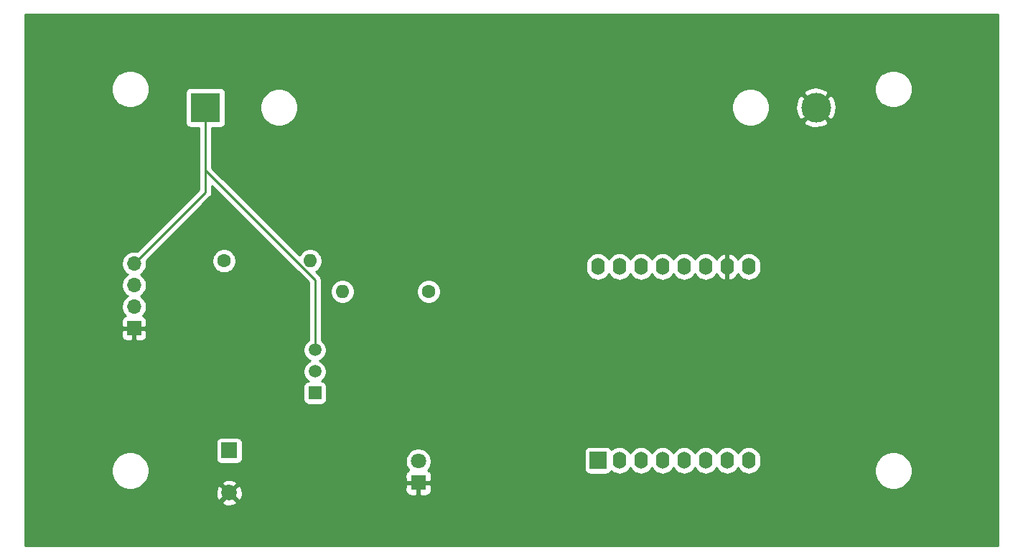
<source format=gbr>
%TF.GenerationSoftware,KiCad,Pcbnew,(5.1.10-1-10_14)*%
%TF.CreationDate,2021-11-27T08:47:14+01:00*%
%TF.ProjectId,Distance_Measurement_V2,44697374-616e-4636-955f-4d6561737572,Version 2 Rev. 01*%
%TF.SameCoordinates,Original*%
%TF.FileFunction,Copper,L2,Bot*%
%TF.FilePolarity,Positive*%
%FSLAX46Y46*%
G04 Gerber Fmt 4.6, Leading zero omitted, Abs format (unit mm)*
G04 Created by KiCad (PCBNEW (5.1.10-1-10_14)) date 2021-11-27 08:47:14*
%MOMM*%
%LPD*%
G01*
G04 APERTURE LIST*
%TA.AperFunction,ComponentPad*%
%ADD10C,1.850000*%
%TD*%
%TA.AperFunction,ComponentPad*%
%ADD11R,1.850000X1.850000*%
%TD*%
%TA.AperFunction,ComponentPad*%
%ADD12R,3.500000X3.500000*%
%TD*%
%TA.AperFunction,ComponentPad*%
%ADD13C,3.500000*%
%TD*%
%TA.AperFunction,ComponentPad*%
%ADD14O,1.600000X2.000000*%
%TD*%
%TA.AperFunction,ComponentPad*%
%ADD15R,2.000000X2.000000*%
%TD*%
%TA.AperFunction,ComponentPad*%
%ADD16O,1.600000X1.600000*%
%TD*%
%TA.AperFunction,ComponentPad*%
%ADD17C,1.600000*%
%TD*%
%TA.AperFunction,ComponentPad*%
%ADD18R,1.500000X1.500000*%
%TD*%
%TA.AperFunction,ComponentPad*%
%ADD19C,1.500000*%
%TD*%
%TA.AperFunction,ComponentPad*%
%ADD20C,1.800000*%
%TD*%
%TA.AperFunction,ComponentPad*%
%ADD21R,1.800000X1.800000*%
%TD*%
%TA.AperFunction,ComponentPad*%
%ADD22O,1.700000X1.700000*%
%TD*%
%TA.AperFunction,ComponentPad*%
%ADD23R,1.700000X1.700000*%
%TD*%
%TA.AperFunction,Conductor*%
%ADD24C,0.250000*%
%TD*%
%TA.AperFunction,Conductor*%
%ADD25C,0.254000*%
%TD*%
%TA.AperFunction,Conductor*%
%ADD26C,0.100000*%
%TD*%
G04 APERTURE END LIST*
D10*
%TO.P,LS1,2*%
%TO.N,GND*%
X116128800Y-123414800D03*
D11*
%TO.P,LS1,1*%
%TO.N,Net-(LS1-Pad1)*%
X116128800Y-118414800D03*
%TD*%
D12*
%TO.P,BT1,1*%
%TO.N,+5V*%
X113334800Y-77978000D03*
D13*
%TO.P,BT1,2*%
%TO.N,GND*%
X185334800Y-77978000D03*
%TD*%
D14*
%TO.P,U1,16*%
%TO.N,N/C*%
X159613600Y-96723200D03*
%TO.P,U1,15*%
X162153600Y-96723200D03*
%TO.P,U1,14*%
%TO.N,Net-(R1-Pad2)*%
X164693600Y-96723200D03*
%TO.P,U1,13*%
%TO.N,N/C*%
X167233600Y-96723200D03*
%TO.P,U1,12*%
%TO.N,Net-(R2-Pad1)*%
X169773600Y-96723200D03*
%TO.P,U1,11*%
%TO.N,N/C*%
X172313600Y-96723200D03*
%TO.P,U1,10*%
%TO.N,GND*%
X174853600Y-96723200D03*
%TO.P,U1,9*%
%TO.N,+5V*%
X177393600Y-96723200D03*
%TO.P,U1,8*%
%TO.N,N/C*%
X177393600Y-119583200D03*
%TO.P,U1,7*%
X174853600Y-119583200D03*
%TO.P,U1,6*%
%TO.N,Net-(J1-Pad3)*%
X172313600Y-119583200D03*
%TO.P,U1,5*%
%TO.N,Net-(J1-Pad2)*%
X169773600Y-119583200D03*
%TO.P,U1,4*%
%TO.N,N/C*%
X167233600Y-119583200D03*
%TO.P,U1,3*%
X164693600Y-119583200D03*
D15*
%TO.P,U1,1*%
X159613600Y-119583200D03*
D14*
%TO.P,U1,2*%
X162153600Y-119583200D03*
%TD*%
D16*
%TO.P,R2,2*%
%TO.N,Net-(Q1-Pad2)*%
X129489200Y-99669600D03*
D17*
%TO.P,R2,1*%
%TO.N,Net-(R2-Pad1)*%
X139649200Y-99669600D03*
%TD*%
D18*
%TO.P,Q1,1*%
%TO.N,Net-(LS1-Pad1)*%
X126238000Y-111633000D03*
D19*
%TO.P,Q1,3*%
%TO.N,+5V*%
X126238000Y-106553000D03*
%TO.P,Q1,2*%
%TO.N,Net-(Q1-Pad2)*%
X126238000Y-109093000D03*
%TD*%
D20*
%TO.P,D1,2*%
%TO.N,Net-(D1-Pad2)*%
X138430000Y-119684800D03*
D21*
%TO.P,D1,1*%
%TO.N,GND*%
X138430000Y-122224800D03*
%TD*%
D22*
%TO.P,J1,4*%
%TO.N,+5V*%
X104902000Y-96393000D03*
%TO.P,J1,3*%
%TO.N,Net-(J1-Pad3)*%
X104902000Y-98933000D03*
%TO.P,J1,2*%
%TO.N,Net-(J1-Pad2)*%
X104902000Y-101473000D03*
D23*
%TO.P,J1,1*%
%TO.N,GND*%
X104902000Y-104013000D03*
%TD*%
D16*
%TO.P,R1,2*%
%TO.N,Net-(R1-Pad2)*%
X125679200Y-96062800D03*
D17*
%TO.P,R1,1*%
%TO.N,Net-(D1-Pad2)*%
X115519200Y-96062800D03*
%TD*%
D24*
%TO.N,+5V*%
X113334800Y-87960200D02*
X104902000Y-96393000D01*
X113334800Y-77978000D02*
X113334800Y-87960200D01*
X113334800Y-85383402D02*
X126238000Y-98286602D01*
X126238000Y-98286602D02*
X126238000Y-106553000D01*
X113334800Y-77978000D02*
X113334800Y-85383402D01*
%TD*%
D25*
%TO.N,GND*%
X206780001Y-129634000D02*
X92100000Y-129634000D01*
X92100000Y-124496717D01*
X115226488Y-124496717D01*
X115313193Y-124753453D01*
X115590023Y-124886848D01*
X115887557Y-124963673D01*
X116194362Y-124980976D01*
X116498648Y-124938092D01*
X116788721Y-124836668D01*
X116944407Y-124753453D01*
X117031112Y-124496717D01*
X116128800Y-123594405D01*
X115226488Y-124496717D01*
X92100000Y-124496717D01*
X92100000Y-123480362D01*
X114562624Y-123480362D01*
X114605508Y-123784648D01*
X114706932Y-124074721D01*
X114790147Y-124230407D01*
X115046883Y-124317112D01*
X115949195Y-123414800D01*
X116308405Y-123414800D01*
X117210717Y-124317112D01*
X117467453Y-124230407D01*
X117600848Y-123953577D01*
X117677673Y-123656043D01*
X117694976Y-123349238D01*
X117663346Y-123124800D01*
X136891928Y-123124800D01*
X136904188Y-123249282D01*
X136940498Y-123368980D01*
X136999463Y-123479294D01*
X137078815Y-123575985D01*
X137175506Y-123655337D01*
X137285820Y-123714302D01*
X137405518Y-123750612D01*
X137530000Y-123762872D01*
X138144250Y-123759800D01*
X138303000Y-123601050D01*
X138303000Y-122351800D01*
X138557000Y-122351800D01*
X138557000Y-123601050D01*
X138715750Y-123759800D01*
X139330000Y-123762872D01*
X139454482Y-123750612D01*
X139574180Y-123714302D01*
X139684494Y-123655337D01*
X139781185Y-123575985D01*
X139860537Y-123479294D01*
X139919502Y-123368980D01*
X139955812Y-123249282D01*
X139968072Y-123124800D01*
X139965000Y-122510550D01*
X139806250Y-122351800D01*
X138557000Y-122351800D01*
X138303000Y-122351800D01*
X137053750Y-122351800D01*
X136895000Y-122510550D01*
X136891928Y-123124800D01*
X117663346Y-123124800D01*
X117652092Y-123044952D01*
X117550668Y-122754879D01*
X117467453Y-122599193D01*
X117210717Y-122512488D01*
X116308405Y-123414800D01*
X115949195Y-123414800D01*
X115046883Y-122512488D01*
X114790147Y-122599193D01*
X114656752Y-122876023D01*
X114579927Y-123173557D01*
X114562624Y-123480362D01*
X92100000Y-123480362D01*
X92100000Y-120573872D01*
X102205000Y-120573872D01*
X102205000Y-121014128D01*
X102290890Y-121445925D01*
X102459369Y-121852669D01*
X102703962Y-122218729D01*
X103015271Y-122530038D01*
X103381331Y-122774631D01*
X103788075Y-122943110D01*
X104219872Y-123029000D01*
X104660128Y-123029000D01*
X105091925Y-122943110D01*
X105498669Y-122774631D01*
X105864729Y-122530038D01*
X106061884Y-122332883D01*
X115226488Y-122332883D01*
X116128800Y-123235195D01*
X117031112Y-122332883D01*
X116944407Y-122076147D01*
X116667577Y-121942752D01*
X116370043Y-121865927D01*
X116063238Y-121848624D01*
X115758952Y-121891508D01*
X115468879Y-121992932D01*
X115313193Y-122076147D01*
X115226488Y-122332883D01*
X106061884Y-122332883D01*
X106176038Y-122218729D01*
X106420631Y-121852669D01*
X106589110Y-121445925D01*
X106613203Y-121324800D01*
X136891928Y-121324800D01*
X136895000Y-121939050D01*
X137053750Y-122097800D01*
X138303000Y-122097800D01*
X138303000Y-122077800D01*
X138557000Y-122077800D01*
X138557000Y-122097800D01*
X139806250Y-122097800D01*
X139965000Y-121939050D01*
X139968072Y-121324800D01*
X139955812Y-121200318D01*
X139919502Y-121080620D01*
X139860537Y-120970306D01*
X139781185Y-120873615D01*
X139684494Y-120794263D01*
X139574180Y-120735298D01*
X139555873Y-120729744D01*
X139622312Y-120663305D01*
X139790299Y-120411895D01*
X139906011Y-120132543D01*
X139965000Y-119835984D01*
X139965000Y-119533616D01*
X139906011Y-119237057D01*
X139790299Y-118957705D01*
X139622312Y-118706295D01*
X139499217Y-118583200D01*
X157975528Y-118583200D01*
X157975528Y-120583200D01*
X157987788Y-120707682D01*
X158024098Y-120827380D01*
X158083063Y-120937694D01*
X158162415Y-121034385D01*
X158259106Y-121113737D01*
X158369420Y-121172702D01*
X158489118Y-121209012D01*
X158613600Y-121221272D01*
X160613600Y-121221272D01*
X160738082Y-121209012D01*
X160857780Y-121172702D01*
X160968094Y-121113737D01*
X161064785Y-121034385D01*
X161144137Y-120937694D01*
X161191159Y-120849723D01*
X161352500Y-120982132D01*
X161601793Y-121115382D01*
X161872292Y-121197436D01*
X162153600Y-121225143D01*
X162434909Y-121197436D01*
X162705408Y-121115382D01*
X162954701Y-120982132D01*
X163173208Y-120802808D01*
X163352532Y-120584301D01*
X163423600Y-120451342D01*
X163494668Y-120584301D01*
X163673993Y-120802808D01*
X163892500Y-120982132D01*
X164141793Y-121115382D01*
X164412292Y-121197436D01*
X164693600Y-121225143D01*
X164974909Y-121197436D01*
X165245408Y-121115382D01*
X165494701Y-120982132D01*
X165713208Y-120802808D01*
X165892532Y-120584301D01*
X165963600Y-120451342D01*
X166034668Y-120584301D01*
X166213993Y-120802808D01*
X166432500Y-120982132D01*
X166681793Y-121115382D01*
X166952292Y-121197436D01*
X167233600Y-121225143D01*
X167514909Y-121197436D01*
X167785408Y-121115382D01*
X168034701Y-120982132D01*
X168253208Y-120802808D01*
X168432532Y-120584301D01*
X168503600Y-120451342D01*
X168574668Y-120584301D01*
X168753993Y-120802808D01*
X168972500Y-120982132D01*
X169221793Y-121115382D01*
X169492292Y-121197436D01*
X169773600Y-121225143D01*
X170054909Y-121197436D01*
X170325408Y-121115382D01*
X170574701Y-120982132D01*
X170793208Y-120802808D01*
X170972532Y-120584301D01*
X171043600Y-120451342D01*
X171114668Y-120584301D01*
X171293993Y-120802808D01*
X171512500Y-120982132D01*
X171761793Y-121115382D01*
X172032292Y-121197436D01*
X172313600Y-121225143D01*
X172594909Y-121197436D01*
X172865408Y-121115382D01*
X173114701Y-120982132D01*
X173333208Y-120802808D01*
X173512532Y-120584301D01*
X173583600Y-120451342D01*
X173654668Y-120584301D01*
X173833993Y-120802808D01*
X174052500Y-120982132D01*
X174301793Y-121115382D01*
X174572292Y-121197436D01*
X174853600Y-121225143D01*
X175134909Y-121197436D01*
X175405408Y-121115382D01*
X175654701Y-120982132D01*
X175873208Y-120802808D01*
X176052532Y-120584301D01*
X176123600Y-120451342D01*
X176194668Y-120584301D01*
X176373993Y-120802808D01*
X176592500Y-120982132D01*
X176841793Y-121115382D01*
X177112292Y-121197436D01*
X177393600Y-121225143D01*
X177674909Y-121197436D01*
X177945408Y-121115382D01*
X178194701Y-120982132D01*
X178413208Y-120802808D01*
X178592532Y-120584301D01*
X178598106Y-120573872D01*
X192205000Y-120573872D01*
X192205000Y-121014128D01*
X192290890Y-121445925D01*
X192459369Y-121852669D01*
X192703962Y-122218729D01*
X193015271Y-122530038D01*
X193381331Y-122774631D01*
X193788075Y-122943110D01*
X194219872Y-123029000D01*
X194660128Y-123029000D01*
X195091925Y-122943110D01*
X195498669Y-122774631D01*
X195864729Y-122530038D01*
X196176038Y-122218729D01*
X196420631Y-121852669D01*
X196589110Y-121445925D01*
X196675000Y-121014128D01*
X196675000Y-120573872D01*
X196589110Y-120142075D01*
X196420631Y-119735331D01*
X196176038Y-119369271D01*
X195864729Y-119057962D01*
X195498669Y-118813369D01*
X195091925Y-118644890D01*
X194660128Y-118559000D01*
X194219872Y-118559000D01*
X193788075Y-118644890D01*
X193381331Y-118813369D01*
X193015271Y-119057962D01*
X192703962Y-119369271D01*
X192459369Y-119735331D01*
X192290890Y-120142075D01*
X192205000Y-120573872D01*
X178598106Y-120573872D01*
X178725782Y-120335007D01*
X178807836Y-120064508D01*
X178828600Y-119853691D01*
X178828600Y-119312708D01*
X178807836Y-119101891D01*
X178725782Y-118831392D01*
X178592532Y-118582099D01*
X178413207Y-118363592D01*
X178194700Y-118184268D01*
X177945407Y-118051018D01*
X177674908Y-117968964D01*
X177393600Y-117941257D01*
X177112291Y-117968964D01*
X176841792Y-118051018D01*
X176592499Y-118184268D01*
X176373992Y-118363593D01*
X176194668Y-118582100D01*
X176123600Y-118715058D01*
X176052532Y-118582099D01*
X175873207Y-118363592D01*
X175654700Y-118184268D01*
X175405407Y-118051018D01*
X175134908Y-117968964D01*
X174853600Y-117941257D01*
X174572291Y-117968964D01*
X174301792Y-118051018D01*
X174052499Y-118184268D01*
X173833992Y-118363593D01*
X173654668Y-118582100D01*
X173583600Y-118715058D01*
X173512532Y-118582099D01*
X173333207Y-118363592D01*
X173114700Y-118184268D01*
X172865407Y-118051018D01*
X172594908Y-117968964D01*
X172313600Y-117941257D01*
X172032291Y-117968964D01*
X171761792Y-118051018D01*
X171512499Y-118184268D01*
X171293992Y-118363593D01*
X171114668Y-118582100D01*
X171043600Y-118715058D01*
X170972532Y-118582099D01*
X170793207Y-118363592D01*
X170574700Y-118184268D01*
X170325407Y-118051018D01*
X170054908Y-117968964D01*
X169773600Y-117941257D01*
X169492291Y-117968964D01*
X169221792Y-118051018D01*
X168972499Y-118184268D01*
X168753992Y-118363593D01*
X168574668Y-118582100D01*
X168503600Y-118715058D01*
X168432532Y-118582099D01*
X168253207Y-118363592D01*
X168034700Y-118184268D01*
X167785407Y-118051018D01*
X167514908Y-117968964D01*
X167233600Y-117941257D01*
X166952291Y-117968964D01*
X166681792Y-118051018D01*
X166432499Y-118184268D01*
X166213992Y-118363593D01*
X166034668Y-118582100D01*
X165963600Y-118715058D01*
X165892532Y-118582099D01*
X165713207Y-118363592D01*
X165494700Y-118184268D01*
X165245407Y-118051018D01*
X164974908Y-117968964D01*
X164693600Y-117941257D01*
X164412291Y-117968964D01*
X164141792Y-118051018D01*
X163892499Y-118184268D01*
X163673992Y-118363593D01*
X163494668Y-118582100D01*
X163423600Y-118715058D01*
X163352532Y-118582099D01*
X163173207Y-118363592D01*
X162954700Y-118184268D01*
X162705407Y-118051018D01*
X162434908Y-117968964D01*
X162153600Y-117941257D01*
X161872291Y-117968964D01*
X161601792Y-118051018D01*
X161352499Y-118184268D01*
X161191159Y-118316677D01*
X161144137Y-118228706D01*
X161064785Y-118132015D01*
X160968094Y-118052663D01*
X160857780Y-117993698D01*
X160738082Y-117957388D01*
X160613600Y-117945128D01*
X158613600Y-117945128D01*
X158489118Y-117957388D01*
X158369420Y-117993698D01*
X158259106Y-118052663D01*
X158162415Y-118132015D01*
X158083063Y-118228706D01*
X158024098Y-118339020D01*
X157987788Y-118458718D01*
X157975528Y-118583200D01*
X139499217Y-118583200D01*
X139408505Y-118492488D01*
X139157095Y-118324501D01*
X138877743Y-118208789D01*
X138581184Y-118149800D01*
X138278816Y-118149800D01*
X137982257Y-118208789D01*
X137702905Y-118324501D01*
X137451495Y-118492488D01*
X137237688Y-118706295D01*
X137069701Y-118957705D01*
X136953989Y-119237057D01*
X136895000Y-119533616D01*
X136895000Y-119835984D01*
X136953989Y-120132543D01*
X137069701Y-120411895D01*
X137237688Y-120663305D01*
X137304127Y-120729744D01*
X137285820Y-120735298D01*
X137175506Y-120794263D01*
X137078815Y-120873615D01*
X136999463Y-120970306D01*
X136940498Y-121080620D01*
X136904188Y-121200318D01*
X136891928Y-121324800D01*
X106613203Y-121324800D01*
X106675000Y-121014128D01*
X106675000Y-120573872D01*
X106589110Y-120142075D01*
X106420631Y-119735331D01*
X106176038Y-119369271D01*
X105864729Y-119057962D01*
X105498669Y-118813369D01*
X105091925Y-118644890D01*
X104660128Y-118559000D01*
X104219872Y-118559000D01*
X103788075Y-118644890D01*
X103381331Y-118813369D01*
X103015271Y-119057962D01*
X102703962Y-119369271D01*
X102459369Y-119735331D01*
X102290890Y-120142075D01*
X102205000Y-120573872D01*
X92100000Y-120573872D01*
X92100000Y-117489800D01*
X114565728Y-117489800D01*
X114565728Y-119339800D01*
X114577988Y-119464282D01*
X114614298Y-119583980D01*
X114673263Y-119694294D01*
X114752615Y-119790985D01*
X114849306Y-119870337D01*
X114959620Y-119929302D01*
X115079318Y-119965612D01*
X115203800Y-119977872D01*
X117053800Y-119977872D01*
X117178282Y-119965612D01*
X117297980Y-119929302D01*
X117408294Y-119870337D01*
X117504985Y-119790985D01*
X117584337Y-119694294D01*
X117643302Y-119583980D01*
X117679612Y-119464282D01*
X117691872Y-119339800D01*
X117691872Y-117489800D01*
X117679612Y-117365318D01*
X117643302Y-117245620D01*
X117584337Y-117135306D01*
X117504985Y-117038615D01*
X117408294Y-116959263D01*
X117297980Y-116900298D01*
X117178282Y-116863988D01*
X117053800Y-116851728D01*
X115203800Y-116851728D01*
X115079318Y-116863988D01*
X114959620Y-116900298D01*
X114849306Y-116959263D01*
X114752615Y-117038615D01*
X114673263Y-117135306D01*
X114614298Y-117245620D01*
X114577988Y-117365318D01*
X114565728Y-117489800D01*
X92100000Y-117489800D01*
X92100000Y-104863000D01*
X103413928Y-104863000D01*
X103426188Y-104987482D01*
X103462498Y-105107180D01*
X103521463Y-105217494D01*
X103600815Y-105314185D01*
X103697506Y-105393537D01*
X103807820Y-105452502D01*
X103927518Y-105488812D01*
X104052000Y-105501072D01*
X104616250Y-105498000D01*
X104775000Y-105339250D01*
X104775000Y-104140000D01*
X105029000Y-104140000D01*
X105029000Y-105339250D01*
X105187750Y-105498000D01*
X105752000Y-105501072D01*
X105876482Y-105488812D01*
X105996180Y-105452502D01*
X106106494Y-105393537D01*
X106203185Y-105314185D01*
X106282537Y-105217494D01*
X106341502Y-105107180D01*
X106377812Y-104987482D01*
X106390072Y-104863000D01*
X106387000Y-104298750D01*
X106228250Y-104140000D01*
X105029000Y-104140000D01*
X104775000Y-104140000D01*
X103575750Y-104140000D01*
X103417000Y-104298750D01*
X103413928Y-104863000D01*
X92100000Y-104863000D01*
X92100000Y-103163000D01*
X103413928Y-103163000D01*
X103417000Y-103727250D01*
X103575750Y-103886000D01*
X104775000Y-103886000D01*
X104775000Y-103866000D01*
X105029000Y-103866000D01*
X105029000Y-103886000D01*
X106228250Y-103886000D01*
X106387000Y-103727250D01*
X106390072Y-103163000D01*
X106377812Y-103038518D01*
X106341502Y-102918820D01*
X106282537Y-102808506D01*
X106203185Y-102711815D01*
X106106494Y-102632463D01*
X105996180Y-102573498D01*
X105923620Y-102551487D01*
X106055475Y-102419632D01*
X106217990Y-102176411D01*
X106329932Y-101906158D01*
X106387000Y-101619260D01*
X106387000Y-101326740D01*
X106329932Y-101039842D01*
X106217990Y-100769589D01*
X106055475Y-100526368D01*
X105848632Y-100319525D01*
X105674240Y-100203000D01*
X105848632Y-100086475D01*
X106055475Y-99879632D01*
X106217990Y-99636411D01*
X106329932Y-99366158D01*
X106387000Y-99079260D01*
X106387000Y-98786740D01*
X106329932Y-98499842D01*
X106217990Y-98229589D01*
X106055475Y-97986368D01*
X105848632Y-97779525D01*
X105674240Y-97663000D01*
X105848632Y-97546475D01*
X106055475Y-97339632D01*
X106217990Y-97096411D01*
X106329932Y-96826158D01*
X106387000Y-96539260D01*
X106387000Y-96246740D01*
X106343209Y-96026592D01*
X106448336Y-95921465D01*
X114084200Y-95921465D01*
X114084200Y-96204135D01*
X114139347Y-96481374D01*
X114247520Y-96742527D01*
X114404563Y-96977559D01*
X114604441Y-97177437D01*
X114839473Y-97334480D01*
X115100626Y-97442653D01*
X115377865Y-97497800D01*
X115660535Y-97497800D01*
X115937774Y-97442653D01*
X116198927Y-97334480D01*
X116433959Y-97177437D01*
X116633837Y-96977559D01*
X116790880Y-96742527D01*
X116899053Y-96481374D01*
X116954200Y-96204135D01*
X116954200Y-95921465D01*
X116899053Y-95644226D01*
X116790880Y-95383073D01*
X116633837Y-95148041D01*
X116433959Y-94948163D01*
X116198927Y-94791120D01*
X115937774Y-94682947D01*
X115660535Y-94627800D01*
X115377865Y-94627800D01*
X115100626Y-94682947D01*
X114839473Y-94791120D01*
X114604441Y-94948163D01*
X114404563Y-95148041D01*
X114247520Y-95383073D01*
X114139347Y-95644226D01*
X114084200Y-95921465D01*
X106448336Y-95921465D01*
X113845803Y-88523999D01*
X113874801Y-88500201D01*
X113901132Y-88468117D01*
X113969774Y-88384477D01*
X114040346Y-88252447D01*
X114083803Y-88109186D01*
X114094800Y-87997533D01*
X114094800Y-87997524D01*
X114098476Y-87960201D01*
X114094800Y-87922878D01*
X114094800Y-87218203D01*
X125478000Y-98601405D01*
X125478001Y-105395090D01*
X125355114Y-105477201D01*
X125162201Y-105670114D01*
X125010629Y-105896957D01*
X124906225Y-106149011D01*
X124853000Y-106416589D01*
X124853000Y-106689411D01*
X124906225Y-106956989D01*
X125010629Y-107209043D01*
X125162201Y-107435886D01*
X125355114Y-107628799D01*
X125581957Y-107780371D01*
X125684873Y-107823000D01*
X125581957Y-107865629D01*
X125355114Y-108017201D01*
X125162201Y-108210114D01*
X125010629Y-108436957D01*
X124906225Y-108689011D01*
X124853000Y-108956589D01*
X124853000Y-109229411D01*
X124906225Y-109496989D01*
X125010629Y-109749043D01*
X125162201Y-109975886D01*
X125355114Y-110168799D01*
X125471483Y-110246555D01*
X125363518Y-110257188D01*
X125243820Y-110293498D01*
X125133506Y-110352463D01*
X125036815Y-110431815D01*
X124957463Y-110528506D01*
X124898498Y-110638820D01*
X124862188Y-110758518D01*
X124849928Y-110883000D01*
X124849928Y-112383000D01*
X124862188Y-112507482D01*
X124898498Y-112627180D01*
X124957463Y-112737494D01*
X125036815Y-112834185D01*
X125133506Y-112913537D01*
X125243820Y-112972502D01*
X125363518Y-113008812D01*
X125488000Y-113021072D01*
X126988000Y-113021072D01*
X127112482Y-113008812D01*
X127232180Y-112972502D01*
X127342494Y-112913537D01*
X127439185Y-112834185D01*
X127518537Y-112737494D01*
X127577502Y-112627180D01*
X127613812Y-112507482D01*
X127626072Y-112383000D01*
X127626072Y-110883000D01*
X127613812Y-110758518D01*
X127577502Y-110638820D01*
X127518537Y-110528506D01*
X127439185Y-110431815D01*
X127342494Y-110352463D01*
X127232180Y-110293498D01*
X127112482Y-110257188D01*
X127004517Y-110246555D01*
X127120886Y-110168799D01*
X127313799Y-109975886D01*
X127465371Y-109749043D01*
X127569775Y-109496989D01*
X127623000Y-109229411D01*
X127623000Y-108956589D01*
X127569775Y-108689011D01*
X127465371Y-108436957D01*
X127313799Y-108210114D01*
X127120886Y-108017201D01*
X126894043Y-107865629D01*
X126791127Y-107823000D01*
X126894043Y-107780371D01*
X127120886Y-107628799D01*
X127313799Y-107435886D01*
X127465371Y-107209043D01*
X127569775Y-106956989D01*
X127623000Y-106689411D01*
X127623000Y-106416589D01*
X127569775Y-106149011D01*
X127465371Y-105896957D01*
X127313799Y-105670114D01*
X127120886Y-105477201D01*
X126998000Y-105395091D01*
X126998000Y-99528265D01*
X128054200Y-99528265D01*
X128054200Y-99810935D01*
X128109347Y-100088174D01*
X128217520Y-100349327D01*
X128374563Y-100584359D01*
X128574441Y-100784237D01*
X128809473Y-100941280D01*
X129070626Y-101049453D01*
X129347865Y-101104600D01*
X129630535Y-101104600D01*
X129907774Y-101049453D01*
X130168927Y-100941280D01*
X130403959Y-100784237D01*
X130603837Y-100584359D01*
X130760880Y-100349327D01*
X130869053Y-100088174D01*
X130924200Y-99810935D01*
X130924200Y-99528265D01*
X138214200Y-99528265D01*
X138214200Y-99810935D01*
X138269347Y-100088174D01*
X138377520Y-100349327D01*
X138534563Y-100584359D01*
X138734441Y-100784237D01*
X138969473Y-100941280D01*
X139230626Y-101049453D01*
X139507865Y-101104600D01*
X139790535Y-101104600D01*
X140067774Y-101049453D01*
X140328927Y-100941280D01*
X140563959Y-100784237D01*
X140763837Y-100584359D01*
X140920880Y-100349327D01*
X141029053Y-100088174D01*
X141084200Y-99810935D01*
X141084200Y-99528265D01*
X141029053Y-99251026D01*
X140920880Y-98989873D01*
X140763837Y-98754841D01*
X140563959Y-98554963D01*
X140328927Y-98397920D01*
X140067774Y-98289747D01*
X139790535Y-98234600D01*
X139507865Y-98234600D01*
X139230626Y-98289747D01*
X138969473Y-98397920D01*
X138734441Y-98554963D01*
X138534563Y-98754841D01*
X138377520Y-98989873D01*
X138269347Y-99251026D01*
X138214200Y-99528265D01*
X130924200Y-99528265D01*
X130869053Y-99251026D01*
X130760880Y-98989873D01*
X130603837Y-98754841D01*
X130403959Y-98554963D01*
X130168927Y-98397920D01*
X129907774Y-98289747D01*
X129630535Y-98234600D01*
X129347865Y-98234600D01*
X129070626Y-98289747D01*
X128809473Y-98397920D01*
X128574441Y-98554963D01*
X128374563Y-98754841D01*
X128217520Y-98989873D01*
X128109347Y-99251026D01*
X128054200Y-99528265D01*
X126998000Y-99528265D01*
X126998000Y-98323924D01*
X127001676Y-98286601D01*
X126998000Y-98249278D01*
X126998000Y-98249269D01*
X126987003Y-98137616D01*
X126943546Y-97994355D01*
X126872974Y-97862326D01*
X126839003Y-97820932D01*
X126801799Y-97775598D01*
X126801795Y-97775594D01*
X126778001Y-97746601D01*
X126749010Y-97722809D01*
X126359978Y-97333777D01*
X126593959Y-97177437D01*
X126793837Y-96977559D01*
X126950880Y-96742527D01*
X127059053Y-96481374D01*
X127064754Y-96452709D01*
X158178600Y-96452709D01*
X158178600Y-96993692D01*
X158199364Y-97204509D01*
X158281418Y-97475008D01*
X158414668Y-97724301D01*
X158593993Y-97942808D01*
X158812500Y-98122132D01*
X159061793Y-98255382D01*
X159332292Y-98337436D01*
X159613600Y-98365143D01*
X159894909Y-98337436D01*
X160165408Y-98255382D01*
X160414701Y-98122132D01*
X160633208Y-97942808D01*
X160812532Y-97724301D01*
X160883600Y-97591342D01*
X160954668Y-97724301D01*
X161133993Y-97942808D01*
X161352500Y-98122132D01*
X161601793Y-98255382D01*
X161872292Y-98337436D01*
X162153600Y-98365143D01*
X162434909Y-98337436D01*
X162705408Y-98255382D01*
X162954701Y-98122132D01*
X163173208Y-97942808D01*
X163352532Y-97724301D01*
X163423600Y-97591342D01*
X163494668Y-97724301D01*
X163673993Y-97942808D01*
X163892500Y-98122132D01*
X164141793Y-98255382D01*
X164412292Y-98337436D01*
X164693600Y-98365143D01*
X164974909Y-98337436D01*
X165245408Y-98255382D01*
X165494701Y-98122132D01*
X165713208Y-97942808D01*
X165892532Y-97724301D01*
X165963600Y-97591342D01*
X166034668Y-97724301D01*
X166213993Y-97942808D01*
X166432500Y-98122132D01*
X166681793Y-98255382D01*
X166952292Y-98337436D01*
X167233600Y-98365143D01*
X167514909Y-98337436D01*
X167785408Y-98255382D01*
X168034701Y-98122132D01*
X168253208Y-97942808D01*
X168432532Y-97724301D01*
X168503600Y-97591342D01*
X168574668Y-97724301D01*
X168753993Y-97942808D01*
X168972500Y-98122132D01*
X169221793Y-98255382D01*
X169492292Y-98337436D01*
X169773600Y-98365143D01*
X170054909Y-98337436D01*
X170325408Y-98255382D01*
X170574701Y-98122132D01*
X170793208Y-97942808D01*
X170972532Y-97724301D01*
X171043600Y-97591342D01*
X171114668Y-97724301D01*
X171293993Y-97942808D01*
X171512500Y-98122132D01*
X171761793Y-98255382D01*
X172032292Y-98337436D01*
X172313600Y-98365143D01*
X172594909Y-98337436D01*
X172865408Y-98255382D01*
X173114701Y-98122132D01*
X173333208Y-97942808D01*
X173512532Y-97724301D01*
X173581722Y-97594855D01*
X173589170Y-97612427D01*
X173747927Y-97845862D01*
X173949175Y-98043839D01*
X174185179Y-98198751D01*
X174446870Y-98304644D01*
X174504561Y-98315104D01*
X174726600Y-98193115D01*
X174726600Y-96850200D01*
X174706600Y-96850200D01*
X174706600Y-96596200D01*
X174726600Y-96596200D01*
X174726600Y-95253285D01*
X174980600Y-95253285D01*
X174980600Y-96596200D01*
X175000600Y-96596200D01*
X175000600Y-96850200D01*
X174980600Y-96850200D01*
X174980600Y-98193115D01*
X175202639Y-98315104D01*
X175260330Y-98304644D01*
X175522021Y-98198751D01*
X175758025Y-98043839D01*
X175959273Y-97845862D01*
X176118030Y-97612427D01*
X176125478Y-97594855D01*
X176194668Y-97724301D01*
X176373993Y-97942808D01*
X176592500Y-98122132D01*
X176841793Y-98255382D01*
X177112292Y-98337436D01*
X177393600Y-98365143D01*
X177674909Y-98337436D01*
X177945408Y-98255382D01*
X178194701Y-98122132D01*
X178413208Y-97942808D01*
X178592532Y-97724301D01*
X178725782Y-97475007D01*
X178807836Y-97204508D01*
X178828600Y-96993691D01*
X178828600Y-96452708D01*
X178807836Y-96241891D01*
X178725782Y-95971392D01*
X178592532Y-95722099D01*
X178413207Y-95503592D01*
X178194700Y-95324268D01*
X177945407Y-95191018D01*
X177674908Y-95108964D01*
X177393600Y-95081257D01*
X177112291Y-95108964D01*
X176841792Y-95191018D01*
X176592499Y-95324268D01*
X176373992Y-95503593D01*
X176194668Y-95722100D01*
X176125478Y-95851545D01*
X176118030Y-95833973D01*
X175959273Y-95600538D01*
X175758025Y-95402561D01*
X175522021Y-95247649D01*
X175260330Y-95141756D01*
X175202639Y-95131296D01*
X174980600Y-95253285D01*
X174726600Y-95253285D01*
X174504561Y-95131296D01*
X174446870Y-95141756D01*
X174185179Y-95247649D01*
X173949175Y-95402561D01*
X173747927Y-95600538D01*
X173589170Y-95833973D01*
X173581722Y-95851545D01*
X173512532Y-95722099D01*
X173333207Y-95503592D01*
X173114700Y-95324268D01*
X172865407Y-95191018D01*
X172594908Y-95108964D01*
X172313600Y-95081257D01*
X172032291Y-95108964D01*
X171761792Y-95191018D01*
X171512499Y-95324268D01*
X171293992Y-95503593D01*
X171114668Y-95722100D01*
X171043600Y-95855058D01*
X170972532Y-95722099D01*
X170793207Y-95503592D01*
X170574700Y-95324268D01*
X170325407Y-95191018D01*
X170054908Y-95108964D01*
X169773600Y-95081257D01*
X169492291Y-95108964D01*
X169221792Y-95191018D01*
X168972499Y-95324268D01*
X168753992Y-95503593D01*
X168574668Y-95722100D01*
X168503600Y-95855058D01*
X168432532Y-95722099D01*
X168253207Y-95503592D01*
X168034700Y-95324268D01*
X167785407Y-95191018D01*
X167514908Y-95108964D01*
X167233600Y-95081257D01*
X166952291Y-95108964D01*
X166681792Y-95191018D01*
X166432499Y-95324268D01*
X166213992Y-95503593D01*
X166034668Y-95722100D01*
X165963600Y-95855058D01*
X165892532Y-95722099D01*
X165713207Y-95503592D01*
X165494700Y-95324268D01*
X165245407Y-95191018D01*
X164974908Y-95108964D01*
X164693600Y-95081257D01*
X164412291Y-95108964D01*
X164141792Y-95191018D01*
X163892499Y-95324268D01*
X163673992Y-95503593D01*
X163494668Y-95722100D01*
X163423600Y-95855058D01*
X163352532Y-95722099D01*
X163173207Y-95503592D01*
X162954700Y-95324268D01*
X162705407Y-95191018D01*
X162434908Y-95108964D01*
X162153600Y-95081257D01*
X161872291Y-95108964D01*
X161601792Y-95191018D01*
X161352499Y-95324268D01*
X161133992Y-95503593D01*
X160954668Y-95722100D01*
X160883600Y-95855058D01*
X160812532Y-95722099D01*
X160633207Y-95503592D01*
X160414700Y-95324268D01*
X160165407Y-95191018D01*
X159894908Y-95108964D01*
X159613600Y-95081257D01*
X159332291Y-95108964D01*
X159061792Y-95191018D01*
X158812499Y-95324268D01*
X158593992Y-95503593D01*
X158414668Y-95722100D01*
X158281418Y-95971393D01*
X158199364Y-96241892D01*
X158178600Y-96452709D01*
X127064754Y-96452709D01*
X127114200Y-96204135D01*
X127114200Y-95921465D01*
X127059053Y-95644226D01*
X126950880Y-95383073D01*
X126793837Y-95148041D01*
X126593959Y-94948163D01*
X126358927Y-94791120D01*
X126097774Y-94682947D01*
X125820535Y-94627800D01*
X125537865Y-94627800D01*
X125260626Y-94682947D01*
X124999473Y-94791120D01*
X124764441Y-94948163D01*
X124564563Y-95148041D01*
X124408222Y-95382022D01*
X114094800Y-85068601D01*
X114094800Y-80366072D01*
X115084800Y-80366072D01*
X115209282Y-80353812D01*
X115328980Y-80317502D01*
X115439294Y-80258537D01*
X115535985Y-80179185D01*
X115615337Y-80082494D01*
X115674302Y-79972180D01*
X115710612Y-79852482D01*
X115722872Y-79728000D01*
X115722872Y-77757872D01*
X119744800Y-77757872D01*
X119744800Y-78198128D01*
X119830690Y-78629925D01*
X119999169Y-79036669D01*
X120243762Y-79402729D01*
X120555071Y-79714038D01*
X120921131Y-79958631D01*
X121327875Y-80127110D01*
X121759672Y-80213000D01*
X122199928Y-80213000D01*
X122631725Y-80127110D01*
X123038469Y-79958631D01*
X123404529Y-79714038D01*
X123715838Y-79402729D01*
X123960431Y-79036669D01*
X124128910Y-78629925D01*
X124214800Y-78198128D01*
X124214800Y-77757872D01*
X175354800Y-77757872D01*
X175354800Y-78198128D01*
X175440690Y-78629925D01*
X175609169Y-79036669D01*
X175853762Y-79402729D01*
X176165071Y-79714038D01*
X176531131Y-79958631D01*
X176937875Y-80127110D01*
X177369672Y-80213000D01*
X177809928Y-80213000D01*
X178241725Y-80127110D01*
X178648469Y-79958631D01*
X179014529Y-79714038D01*
X179080958Y-79647609D01*
X183844797Y-79647609D01*
X184030873Y-79988766D01*
X184448209Y-80204513D01*
X184899615Y-80334696D01*
X185367746Y-80374313D01*
X185834611Y-80321842D01*
X186282268Y-80179297D01*
X186638727Y-79988766D01*
X186824803Y-79647609D01*
X185334800Y-78157605D01*
X183844797Y-79647609D01*
X179080958Y-79647609D01*
X179325838Y-79402729D01*
X179570431Y-79036669D01*
X179738910Y-78629925D01*
X179824800Y-78198128D01*
X179824800Y-78010946D01*
X182938487Y-78010946D01*
X182990958Y-78477811D01*
X183133503Y-78925468D01*
X183324034Y-79281927D01*
X183665191Y-79468003D01*
X185155195Y-77978000D01*
X185514405Y-77978000D01*
X187004409Y-79468003D01*
X187345566Y-79281927D01*
X187561313Y-78864591D01*
X187691496Y-78413185D01*
X187731113Y-77945054D01*
X187678642Y-77478189D01*
X187536097Y-77030532D01*
X187345566Y-76674073D01*
X187004409Y-76487997D01*
X185514405Y-77978000D01*
X185155195Y-77978000D01*
X183665191Y-76487997D01*
X183324034Y-76674073D01*
X183108287Y-77091409D01*
X182978104Y-77542815D01*
X182938487Y-78010946D01*
X179824800Y-78010946D01*
X179824800Y-77757872D01*
X179738910Y-77326075D01*
X179570431Y-76919331D01*
X179325838Y-76553271D01*
X179080958Y-76308391D01*
X183844797Y-76308391D01*
X185334800Y-77798395D01*
X186824803Y-76308391D01*
X186638727Y-75967234D01*
X186221391Y-75751487D01*
X185769985Y-75621304D01*
X185301854Y-75581687D01*
X184834989Y-75634158D01*
X184387332Y-75776703D01*
X184030873Y-75967234D01*
X183844797Y-76308391D01*
X179080958Y-76308391D01*
X179014529Y-76241962D01*
X178648469Y-75997369D01*
X178241725Y-75828890D01*
X177809928Y-75743000D01*
X177369672Y-75743000D01*
X176937875Y-75828890D01*
X176531131Y-75997369D01*
X176165071Y-76241962D01*
X175853762Y-76553271D01*
X175609169Y-76919331D01*
X175440690Y-77326075D01*
X175354800Y-77757872D01*
X124214800Y-77757872D01*
X124128910Y-77326075D01*
X123960431Y-76919331D01*
X123715838Y-76553271D01*
X123404529Y-76241962D01*
X123038469Y-75997369D01*
X122631725Y-75828890D01*
X122199928Y-75743000D01*
X121759672Y-75743000D01*
X121327875Y-75828890D01*
X120921131Y-75997369D01*
X120555071Y-76241962D01*
X120243762Y-76553271D01*
X119999169Y-76919331D01*
X119830690Y-77326075D01*
X119744800Y-77757872D01*
X115722872Y-77757872D01*
X115722872Y-76228000D01*
X115710612Y-76103518D01*
X115674302Y-75983820D01*
X115615337Y-75873506D01*
X115535985Y-75776815D01*
X115439294Y-75697463D01*
X115328980Y-75638498D01*
X115209282Y-75602188D01*
X115084800Y-75589928D01*
X111584800Y-75589928D01*
X111460318Y-75602188D01*
X111340620Y-75638498D01*
X111230306Y-75697463D01*
X111133615Y-75776815D01*
X111054263Y-75873506D01*
X110995298Y-75983820D01*
X110958988Y-76103518D01*
X110946728Y-76228000D01*
X110946728Y-79728000D01*
X110958988Y-79852482D01*
X110995298Y-79972180D01*
X111054263Y-80082494D01*
X111133615Y-80179185D01*
X111230306Y-80258537D01*
X111340620Y-80317502D01*
X111460318Y-80353812D01*
X111584800Y-80366072D01*
X112574800Y-80366072D01*
X112574801Y-85346072D01*
X112571124Y-85383402D01*
X112574801Y-85420732D01*
X112574801Y-87645397D01*
X105268408Y-94951791D01*
X105048260Y-94908000D01*
X104755740Y-94908000D01*
X104468842Y-94965068D01*
X104198589Y-95077010D01*
X103955368Y-95239525D01*
X103748525Y-95446368D01*
X103586010Y-95689589D01*
X103474068Y-95959842D01*
X103417000Y-96246740D01*
X103417000Y-96539260D01*
X103474068Y-96826158D01*
X103586010Y-97096411D01*
X103748525Y-97339632D01*
X103955368Y-97546475D01*
X104129760Y-97663000D01*
X103955368Y-97779525D01*
X103748525Y-97986368D01*
X103586010Y-98229589D01*
X103474068Y-98499842D01*
X103417000Y-98786740D01*
X103417000Y-99079260D01*
X103474068Y-99366158D01*
X103586010Y-99636411D01*
X103748525Y-99879632D01*
X103955368Y-100086475D01*
X104129760Y-100203000D01*
X103955368Y-100319525D01*
X103748525Y-100526368D01*
X103586010Y-100769589D01*
X103474068Y-101039842D01*
X103417000Y-101326740D01*
X103417000Y-101619260D01*
X103474068Y-101906158D01*
X103586010Y-102176411D01*
X103748525Y-102419632D01*
X103880380Y-102551487D01*
X103807820Y-102573498D01*
X103697506Y-102632463D01*
X103600815Y-102711815D01*
X103521463Y-102808506D01*
X103462498Y-102918820D01*
X103426188Y-103038518D01*
X103413928Y-103163000D01*
X92100000Y-103163000D01*
X92100000Y-75573872D01*
X102205000Y-75573872D01*
X102205000Y-76014128D01*
X102290890Y-76445925D01*
X102459369Y-76852669D01*
X102703962Y-77218729D01*
X103015271Y-77530038D01*
X103381331Y-77774631D01*
X103788075Y-77943110D01*
X104219872Y-78029000D01*
X104660128Y-78029000D01*
X105091925Y-77943110D01*
X105498669Y-77774631D01*
X105864729Y-77530038D01*
X106176038Y-77218729D01*
X106420631Y-76852669D01*
X106589110Y-76445925D01*
X106675000Y-76014128D01*
X106675000Y-75573872D01*
X192205000Y-75573872D01*
X192205000Y-76014128D01*
X192290890Y-76445925D01*
X192459369Y-76852669D01*
X192703962Y-77218729D01*
X193015271Y-77530038D01*
X193381331Y-77774631D01*
X193788075Y-77943110D01*
X194219872Y-78029000D01*
X194660128Y-78029000D01*
X195091925Y-77943110D01*
X195498669Y-77774631D01*
X195864729Y-77530038D01*
X196176038Y-77218729D01*
X196420631Y-76852669D01*
X196589110Y-76445925D01*
X196675000Y-76014128D01*
X196675000Y-75573872D01*
X196589110Y-75142075D01*
X196420631Y-74735331D01*
X196176038Y-74369271D01*
X195864729Y-74057962D01*
X195498669Y-73813369D01*
X195091925Y-73644890D01*
X194660128Y-73559000D01*
X194219872Y-73559000D01*
X193788075Y-73644890D01*
X193381331Y-73813369D01*
X193015271Y-74057962D01*
X192703962Y-74369271D01*
X192459369Y-74735331D01*
X192290890Y-75142075D01*
X192205000Y-75573872D01*
X106675000Y-75573872D01*
X106589110Y-75142075D01*
X106420631Y-74735331D01*
X106176038Y-74369271D01*
X105864729Y-74057962D01*
X105498669Y-73813369D01*
X105091925Y-73644890D01*
X104660128Y-73559000D01*
X104219872Y-73559000D01*
X103788075Y-73644890D01*
X103381331Y-73813369D01*
X103015271Y-74057962D01*
X102703962Y-74369271D01*
X102459369Y-74735331D01*
X102290890Y-75142075D01*
X102205000Y-75573872D01*
X92100000Y-75573872D01*
X92100000Y-66954000D01*
X206780000Y-66954000D01*
X206780001Y-129634000D01*
%TA.AperFunction,Conductor*%
D26*
G36*
X206780001Y-129634000D02*
G01*
X92100000Y-129634000D01*
X92100000Y-124496717D01*
X115226488Y-124496717D01*
X115313193Y-124753453D01*
X115590023Y-124886848D01*
X115887557Y-124963673D01*
X116194362Y-124980976D01*
X116498648Y-124938092D01*
X116788721Y-124836668D01*
X116944407Y-124753453D01*
X117031112Y-124496717D01*
X116128800Y-123594405D01*
X115226488Y-124496717D01*
X92100000Y-124496717D01*
X92100000Y-123480362D01*
X114562624Y-123480362D01*
X114605508Y-123784648D01*
X114706932Y-124074721D01*
X114790147Y-124230407D01*
X115046883Y-124317112D01*
X115949195Y-123414800D01*
X116308405Y-123414800D01*
X117210717Y-124317112D01*
X117467453Y-124230407D01*
X117600848Y-123953577D01*
X117677673Y-123656043D01*
X117694976Y-123349238D01*
X117663346Y-123124800D01*
X136891928Y-123124800D01*
X136904188Y-123249282D01*
X136940498Y-123368980D01*
X136999463Y-123479294D01*
X137078815Y-123575985D01*
X137175506Y-123655337D01*
X137285820Y-123714302D01*
X137405518Y-123750612D01*
X137530000Y-123762872D01*
X138144250Y-123759800D01*
X138303000Y-123601050D01*
X138303000Y-122351800D01*
X138557000Y-122351800D01*
X138557000Y-123601050D01*
X138715750Y-123759800D01*
X139330000Y-123762872D01*
X139454482Y-123750612D01*
X139574180Y-123714302D01*
X139684494Y-123655337D01*
X139781185Y-123575985D01*
X139860537Y-123479294D01*
X139919502Y-123368980D01*
X139955812Y-123249282D01*
X139968072Y-123124800D01*
X139965000Y-122510550D01*
X139806250Y-122351800D01*
X138557000Y-122351800D01*
X138303000Y-122351800D01*
X137053750Y-122351800D01*
X136895000Y-122510550D01*
X136891928Y-123124800D01*
X117663346Y-123124800D01*
X117652092Y-123044952D01*
X117550668Y-122754879D01*
X117467453Y-122599193D01*
X117210717Y-122512488D01*
X116308405Y-123414800D01*
X115949195Y-123414800D01*
X115046883Y-122512488D01*
X114790147Y-122599193D01*
X114656752Y-122876023D01*
X114579927Y-123173557D01*
X114562624Y-123480362D01*
X92100000Y-123480362D01*
X92100000Y-120573872D01*
X102205000Y-120573872D01*
X102205000Y-121014128D01*
X102290890Y-121445925D01*
X102459369Y-121852669D01*
X102703962Y-122218729D01*
X103015271Y-122530038D01*
X103381331Y-122774631D01*
X103788075Y-122943110D01*
X104219872Y-123029000D01*
X104660128Y-123029000D01*
X105091925Y-122943110D01*
X105498669Y-122774631D01*
X105864729Y-122530038D01*
X106061884Y-122332883D01*
X115226488Y-122332883D01*
X116128800Y-123235195D01*
X117031112Y-122332883D01*
X116944407Y-122076147D01*
X116667577Y-121942752D01*
X116370043Y-121865927D01*
X116063238Y-121848624D01*
X115758952Y-121891508D01*
X115468879Y-121992932D01*
X115313193Y-122076147D01*
X115226488Y-122332883D01*
X106061884Y-122332883D01*
X106176038Y-122218729D01*
X106420631Y-121852669D01*
X106589110Y-121445925D01*
X106613203Y-121324800D01*
X136891928Y-121324800D01*
X136895000Y-121939050D01*
X137053750Y-122097800D01*
X138303000Y-122097800D01*
X138303000Y-122077800D01*
X138557000Y-122077800D01*
X138557000Y-122097800D01*
X139806250Y-122097800D01*
X139965000Y-121939050D01*
X139968072Y-121324800D01*
X139955812Y-121200318D01*
X139919502Y-121080620D01*
X139860537Y-120970306D01*
X139781185Y-120873615D01*
X139684494Y-120794263D01*
X139574180Y-120735298D01*
X139555873Y-120729744D01*
X139622312Y-120663305D01*
X139790299Y-120411895D01*
X139906011Y-120132543D01*
X139965000Y-119835984D01*
X139965000Y-119533616D01*
X139906011Y-119237057D01*
X139790299Y-118957705D01*
X139622312Y-118706295D01*
X139499217Y-118583200D01*
X157975528Y-118583200D01*
X157975528Y-120583200D01*
X157987788Y-120707682D01*
X158024098Y-120827380D01*
X158083063Y-120937694D01*
X158162415Y-121034385D01*
X158259106Y-121113737D01*
X158369420Y-121172702D01*
X158489118Y-121209012D01*
X158613600Y-121221272D01*
X160613600Y-121221272D01*
X160738082Y-121209012D01*
X160857780Y-121172702D01*
X160968094Y-121113737D01*
X161064785Y-121034385D01*
X161144137Y-120937694D01*
X161191159Y-120849723D01*
X161352500Y-120982132D01*
X161601793Y-121115382D01*
X161872292Y-121197436D01*
X162153600Y-121225143D01*
X162434909Y-121197436D01*
X162705408Y-121115382D01*
X162954701Y-120982132D01*
X163173208Y-120802808D01*
X163352532Y-120584301D01*
X163423600Y-120451342D01*
X163494668Y-120584301D01*
X163673993Y-120802808D01*
X163892500Y-120982132D01*
X164141793Y-121115382D01*
X164412292Y-121197436D01*
X164693600Y-121225143D01*
X164974909Y-121197436D01*
X165245408Y-121115382D01*
X165494701Y-120982132D01*
X165713208Y-120802808D01*
X165892532Y-120584301D01*
X165963600Y-120451342D01*
X166034668Y-120584301D01*
X166213993Y-120802808D01*
X166432500Y-120982132D01*
X166681793Y-121115382D01*
X166952292Y-121197436D01*
X167233600Y-121225143D01*
X167514909Y-121197436D01*
X167785408Y-121115382D01*
X168034701Y-120982132D01*
X168253208Y-120802808D01*
X168432532Y-120584301D01*
X168503600Y-120451342D01*
X168574668Y-120584301D01*
X168753993Y-120802808D01*
X168972500Y-120982132D01*
X169221793Y-121115382D01*
X169492292Y-121197436D01*
X169773600Y-121225143D01*
X170054909Y-121197436D01*
X170325408Y-121115382D01*
X170574701Y-120982132D01*
X170793208Y-120802808D01*
X170972532Y-120584301D01*
X171043600Y-120451342D01*
X171114668Y-120584301D01*
X171293993Y-120802808D01*
X171512500Y-120982132D01*
X171761793Y-121115382D01*
X172032292Y-121197436D01*
X172313600Y-121225143D01*
X172594909Y-121197436D01*
X172865408Y-121115382D01*
X173114701Y-120982132D01*
X173333208Y-120802808D01*
X173512532Y-120584301D01*
X173583600Y-120451342D01*
X173654668Y-120584301D01*
X173833993Y-120802808D01*
X174052500Y-120982132D01*
X174301793Y-121115382D01*
X174572292Y-121197436D01*
X174853600Y-121225143D01*
X175134909Y-121197436D01*
X175405408Y-121115382D01*
X175654701Y-120982132D01*
X175873208Y-120802808D01*
X176052532Y-120584301D01*
X176123600Y-120451342D01*
X176194668Y-120584301D01*
X176373993Y-120802808D01*
X176592500Y-120982132D01*
X176841793Y-121115382D01*
X177112292Y-121197436D01*
X177393600Y-121225143D01*
X177674909Y-121197436D01*
X177945408Y-121115382D01*
X178194701Y-120982132D01*
X178413208Y-120802808D01*
X178592532Y-120584301D01*
X178598106Y-120573872D01*
X192205000Y-120573872D01*
X192205000Y-121014128D01*
X192290890Y-121445925D01*
X192459369Y-121852669D01*
X192703962Y-122218729D01*
X193015271Y-122530038D01*
X193381331Y-122774631D01*
X193788075Y-122943110D01*
X194219872Y-123029000D01*
X194660128Y-123029000D01*
X195091925Y-122943110D01*
X195498669Y-122774631D01*
X195864729Y-122530038D01*
X196176038Y-122218729D01*
X196420631Y-121852669D01*
X196589110Y-121445925D01*
X196675000Y-121014128D01*
X196675000Y-120573872D01*
X196589110Y-120142075D01*
X196420631Y-119735331D01*
X196176038Y-119369271D01*
X195864729Y-119057962D01*
X195498669Y-118813369D01*
X195091925Y-118644890D01*
X194660128Y-118559000D01*
X194219872Y-118559000D01*
X193788075Y-118644890D01*
X193381331Y-118813369D01*
X193015271Y-119057962D01*
X192703962Y-119369271D01*
X192459369Y-119735331D01*
X192290890Y-120142075D01*
X192205000Y-120573872D01*
X178598106Y-120573872D01*
X178725782Y-120335007D01*
X178807836Y-120064508D01*
X178828600Y-119853691D01*
X178828600Y-119312708D01*
X178807836Y-119101891D01*
X178725782Y-118831392D01*
X178592532Y-118582099D01*
X178413207Y-118363592D01*
X178194700Y-118184268D01*
X177945407Y-118051018D01*
X177674908Y-117968964D01*
X177393600Y-117941257D01*
X177112291Y-117968964D01*
X176841792Y-118051018D01*
X176592499Y-118184268D01*
X176373992Y-118363593D01*
X176194668Y-118582100D01*
X176123600Y-118715058D01*
X176052532Y-118582099D01*
X175873207Y-118363592D01*
X175654700Y-118184268D01*
X175405407Y-118051018D01*
X175134908Y-117968964D01*
X174853600Y-117941257D01*
X174572291Y-117968964D01*
X174301792Y-118051018D01*
X174052499Y-118184268D01*
X173833992Y-118363593D01*
X173654668Y-118582100D01*
X173583600Y-118715058D01*
X173512532Y-118582099D01*
X173333207Y-118363592D01*
X173114700Y-118184268D01*
X172865407Y-118051018D01*
X172594908Y-117968964D01*
X172313600Y-117941257D01*
X172032291Y-117968964D01*
X171761792Y-118051018D01*
X171512499Y-118184268D01*
X171293992Y-118363593D01*
X171114668Y-118582100D01*
X171043600Y-118715058D01*
X170972532Y-118582099D01*
X170793207Y-118363592D01*
X170574700Y-118184268D01*
X170325407Y-118051018D01*
X170054908Y-117968964D01*
X169773600Y-117941257D01*
X169492291Y-117968964D01*
X169221792Y-118051018D01*
X168972499Y-118184268D01*
X168753992Y-118363593D01*
X168574668Y-118582100D01*
X168503600Y-118715058D01*
X168432532Y-118582099D01*
X168253207Y-118363592D01*
X168034700Y-118184268D01*
X167785407Y-118051018D01*
X167514908Y-117968964D01*
X167233600Y-117941257D01*
X166952291Y-117968964D01*
X166681792Y-118051018D01*
X166432499Y-118184268D01*
X166213992Y-118363593D01*
X166034668Y-118582100D01*
X165963600Y-118715058D01*
X165892532Y-118582099D01*
X165713207Y-118363592D01*
X165494700Y-118184268D01*
X165245407Y-118051018D01*
X164974908Y-117968964D01*
X164693600Y-117941257D01*
X164412291Y-117968964D01*
X164141792Y-118051018D01*
X163892499Y-118184268D01*
X163673992Y-118363593D01*
X163494668Y-118582100D01*
X163423600Y-118715058D01*
X163352532Y-118582099D01*
X163173207Y-118363592D01*
X162954700Y-118184268D01*
X162705407Y-118051018D01*
X162434908Y-117968964D01*
X162153600Y-117941257D01*
X161872291Y-117968964D01*
X161601792Y-118051018D01*
X161352499Y-118184268D01*
X161191159Y-118316677D01*
X161144137Y-118228706D01*
X161064785Y-118132015D01*
X160968094Y-118052663D01*
X160857780Y-117993698D01*
X160738082Y-117957388D01*
X160613600Y-117945128D01*
X158613600Y-117945128D01*
X158489118Y-117957388D01*
X158369420Y-117993698D01*
X158259106Y-118052663D01*
X158162415Y-118132015D01*
X158083063Y-118228706D01*
X158024098Y-118339020D01*
X157987788Y-118458718D01*
X157975528Y-118583200D01*
X139499217Y-118583200D01*
X139408505Y-118492488D01*
X139157095Y-118324501D01*
X138877743Y-118208789D01*
X138581184Y-118149800D01*
X138278816Y-118149800D01*
X137982257Y-118208789D01*
X137702905Y-118324501D01*
X137451495Y-118492488D01*
X137237688Y-118706295D01*
X137069701Y-118957705D01*
X136953989Y-119237057D01*
X136895000Y-119533616D01*
X136895000Y-119835984D01*
X136953989Y-120132543D01*
X137069701Y-120411895D01*
X137237688Y-120663305D01*
X137304127Y-120729744D01*
X137285820Y-120735298D01*
X137175506Y-120794263D01*
X137078815Y-120873615D01*
X136999463Y-120970306D01*
X136940498Y-121080620D01*
X136904188Y-121200318D01*
X136891928Y-121324800D01*
X106613203Y-121324800D01*
X106675000Y-121014128D01*
X106675000Y-120573872D01*
X106589110Y-120142075D01*
X106420631Y-119735331D01*
X106176038Y-119369271D01*
X105864729Y-119057962D01*
X105498669Y-118813369D01*
X105091925Y-118644890D01*
X104660128Y-118559000D01*
X104219872Y-118559000D01*
X103788075Y-118644890D01*
X103381331Y-118813369D01*
X103015271Y-119057962D01*
X102703962Y-119369271D01*
X102459369Y-119735331D01*
X102290890Y-120142075D01*
X102205000Y-120573872D01*
X92100000Y-120573872D01*
X92100000Y-117489800D01*
X114565728Y-117489800D01*
X114565728Y-119339800D01*
X114577988Y-119464282D01*
X114614298Y-119583980D01*
X114673263Y-119694294D01*
X114752615Y-119790985D01*
X114849306Y-119870337D01*
X114959620Y-119929302D01*
X115079318Y-119965612D01*
X115203800Y-119977872D01*
X117053800Y-119977872D01*
X117178282Y-119965612D01*
X117297980Y-119929302D01*
X117408294Y-119870337D01*
X117504985Y-119790985D01*
X117584337Y-119694294D01*
X117643302Y-119583980D01*
X117679612Y-119464282D01*
X117691872Y-119339800D01*
X117691872Y-117489800D01*
X117679612Y-117365318D01*
X117643302Y-117245620D01*
X117584337Y-117135306D01*
X117504985Y-117038615D01*
X117408294Y-116959263D01*
X117297980Y-116900298D01*
X117178282Y-116863988D01*
X117053800Y-116851728D01*
X115203800Y-116851728D01*
X115079318Y-116863988D01*
X114959620Y-116900298D01*
X114849306Y-116959263D01*
X114752615Y-117038615D01*
X114673263Y-117135306D01*
X114614298Y-117245620D01*
X114577988Y-117365318D01*
X114565728Y-117489800D01*
X92100000Y-117489800D01*
X92100000Y-104863000D01*
X103413928Y-104863000D01*
X103426188Y-104987482D01*
X103462498Y-105107180D01*
X103521463Y-105217494D01*
X103600815Y-105314185D01*
X103697506Y-105393537D01*
X103807820Y-105452502D01*
X103927518Y-105488812D01*
X104052000Y-105501072D01*
X104616250Y-105498000D01*
X104775000Y-105339250D01*
X104775000Y-104140000D01*
X105029000Y-104140000D01*
X105029000Y-105339250D01*
X105187750Y-105498000D01*
X105752000Y-105501072D01*
X105876482Y-105488812D01*
X105996180Y-105452502D01*
X106106494Y-105393537D01*
X106203185Y-105314185D01*
X106282537Y-105217494D01*
X106341502Y-105107180D01*
X106377812Y-104987482D01*
X106390072Y-104863000D01*
X106387000Y-104298750D01*
X106228250Y-104140000D01*
X105029000Y-104140000D01*
X104775000Y-104140000D01*
X103575750Y-104140000D01*
X103417000Y-104298750D01*
X103413928Y-104863000D01*
X92100000Y-104863000D01*
X92100000Y-103163000D01*
X103413928Y-103163000D01*
X103417000Y-103727250D01*
X103575750Y-103886000D01*
X104775000Y-103886000D01*
X104775000Y-103866000D01*
X105029000Y-103866000D01*
X105029000Y-103886000D01*
X106228250Y-103886000D01*
X106387000Y-103727250D01*
X106390072Y-103163000D01*
X106377812Y-103038518D01*
X106341502Y-102918820D01*
X106282537Y-102808506D01*
X106203185Y-102711815D01*
X106106494Y-102632463D01*
X105996180Y-102573498D01*
X105923620Y-102551487D01*
X106055475Y-102419632D01*
X106217990Y-102176411D01*
X106329932Y-101906158D01*
X106387000Y-101619260D01*
X106387000Y-101326740D01*
X106329932Y-101039842D01*
X106217990Y-100769589D01*
X106055475Y-100526368D01*
X105848632Y-100319525D01*
X105674240Y-100203000D01*
X105848632Y-100086475D01*
X106055475Y-99879632D01*
X106217990Y-99636411D01*
X106329932Y-99366158D01*
X106387000Y-99079260D01*
X106387000Y-98786740D01*
X106329932Y-98499842D01*
X106217990Y-98229589D01*
X106055475Y-97986368D01*
X105848632Y-97779525D01*
X105674240Y-97663000D01*
X105848632Y-97546475D01*
X106055475Y-97339632D01*
X106217990Y-97096411D01*
X106329932Y-96826158D01*
X106387000Y-96539260D01*
X106387000Y-96246740D01*
X106343209Y-96026592D01*
X106448336Y-95921465D01*
X114084200Y-95921465D01*
X114084200Y-96204135D01*
X114139347Y-96481374D01*
X114247520Y-96742527D01*
X114404563Y-96977559D01*
X114604441Y-97177437D01*
X114839473Y-97334480D01*
X115100626Y-97442653D01*
X115377865Y-97497800D01*
X115660535Y-97497800D01*
X115937774Y-97442653D01*
X116198927Y-97334480D01*
X116433959Y-97177437D01*
X116633837Y-96977559D01*
X116790880Y-96742527D01*
X116899053Y-96481374D01*
X116954200Y-96204135D01*
X116954200Y-95921465D01*
X116899053Y-95644226D01*
X116790880Y-95383073D01*
X116633837Y-95148041D01*
X116433959Y-94948163D01*
X116198927Y-94791120D01*
X115937774Y-94682947D01*
X115660535Y-94627800D01*
X115377865Y-94627800D01*
X115100626Y-94682947D01*
X114839473Y-94791120D01*
X114604441Y-94948163D01*
X114404563Y-95148041D01*
X114247520Y-95383073D01*
X114139347Y-95644226D01*
X114084200Y-95921465D01*
X106448336Y-95921465D01*
X113845803Y-88523999D01*
X113874801Y-88500201D01*
X113901132Y-88468117D01*
X113969774Y-88384477D01*
X114040346Y-88252447D01*
X114083803Y-88109186D01*
X114094800Y-87997533D01*
X114094800Y-87997524D01*
X114098476Y-87960201D01*
X114094800Y-87922878D01*
X114094800Y-87218203D01*
X125478000Y-98601405D01*
X125478001Y-105395090D01*
X125355114Y-105477201D01*
X125162201Y-105670114D01*
X125010629Y-105896957D01*
X124906225Y-106149011D01*
X124853000Y-106416589D01*
X124853000Y-106689411D01*
X124906225Y-106956989D01*
X125010629Y-107209043D01*
X125162201Y-107435886D01*
X125355114Y-107628799D01*
X125581957Y-107780371D01*
X125684873Y-107823000D01*
X125581957Y-107865629D01*
X125355114Y-108017201D01*
X125162201Y-108210114D01*
X125010629Y-108436957D01*
X124906225Y-108689011D01*
X124853000Y-108956589D01*
X124853000Y-109229411D01*
X124906225Y-109496989D01*
X125010629Y-109749043D01*
X125162201Y-109975886D01*
X125355114Y-110168799D01*
X125471483Y-110246555D01*
X125363518Y-110257188D01*
X125243820Y-110293498D01*
X125133506Y-110352463D01*
X125036815Y-110431815D01*
X124957463Y-110528506D01*
X124898498Y-110638820D01*
X124862188Y-110758518D01*
X124849928Y-110883000D01*
X124849928Y-112383000D01*
X124862188Y-112507482D01*
X124898498Y-112627180D01*
X124957463Y-112737494D01*
X125036815Y-112834185D01*
X125133506Y-112913537D01*
X125243820Y-112972502D01*
X125363518Y-113008812D01*
X125488000Y-113021072D01*
X126988000Y-113021072D01*
X127112482Y-113008812D01*
X127232180Y-112972502D01*
X127342494Y-112913537D01*
X127439185Y-112834185D01*
X127518537Y-112737494D01*
X127577502Y-112627180D01*
X127613812Y-112507482D01*
X127626072Y-112383000D01*
X127626072Y-110883000D01*
X127613812Y-110758518D01*
X127577502Y-110638820D01*
X127518537Y-110528506D01*
X127439185Y-110431815D01*
X127342494Y-110352463D01*
X127232180Y-110293498D01*
X127112482Y-110257188D01*
X127004517Y-110246555D01*
X127120886Y-110168799D01*
X127313799Y-109975886D01*
X127465371Y-109749043D01*
X127569775Y-109496989D01*
X127623000Y-109229411D01*
X127623000Y-108956589D01*
X127569775Y-108689011D01*
X127465371Y-108436957D01*
X127313799Y-108210114D01*
X127120886Y-108017201D01*
X126894043Y-107865629D01*
X126791127Y-107823000D01*
X126894043Y-107780371D01*
X127120886Y-107628799D01*
X127313799Y-107435886D01*
X127465371Y-107209043D01*
X127569775Y-106956989D01*
X127623000Y-106689411D01*
X127623000Y-106416589D01*
X127569775Y-106149011D01*
X127465371Y-105896957D01*
X127313799Y-105670114D01*
X127120886Y-105477201D01*
X126998000Y-105395091D01*
X126998000Y-99528265D01*
X128054200Y-99528265D01*
X128054200Y-99810935D01*
X128109347Y-100088174D01*
X128217520Y-100349327D01*
X128374563Y-100584359D01*
X128574441Y-100784237D01*
X128809473Y-100941280D01*
X129070626Y-101049453D01*
X129347865Y-101104600D01*
X129630535Y-101104600D01*
X129907774Y-101049453D01*
X130168927Y-100941280D01*
X130403959Y-100784237D01*
X130603837Y-100584359D01*
X130760880Y-100349327D01*
X130869053Y-100088174D01*
X130924200Y-99810935D01*
X130924200Y-99528265D01*
X138214200Y-99528265D01*
X138214200Y-99810935D01*
X138269347Y-100088174D01*
X138377520Y-100349327D01*
X138534563Y-100584359D01*
X138734441Y-100784237D01*
X138969473Y-100941280D01*
X139230626Y-101049453D01*
X139507865Y-101104600D01*
X139790535Y-101104600D01*
X140067774Y-101049453D01*
X140328927Y-100941280D01*
X140563959Y-100784237D01*
X140763837Y-100584359D01*
X140920880Y-100349327D01*
X141029053Y-100088174D01*
X141084200Y-99810935D01*
X141084200Y-99528265D01*
X141029053Y-99251026D01*
X140920880Y-98989873D01*
X140763837Y-98754841D01*
X140563959Y-98554963D01*
X140328927Y-98397920D01*
X140067774Y-98289747D01*
X139790535Y-98234600D01*
X139507865Y-98234600D01*
X139230626Y-98289747D01*
X138969473Y-98397920D01*
X138734441Y-98554963D01*
X138534563Y-98754841D01*
X138377520Y-98989873D01*
X138269347Y-99251026D01*
X138214200Y-99528265D01*
X130924200Y-99528265D01*
X130869053Y-99251026D01*
X130760880Y-98989873D01*
X130603837Y-98754841D01*
X130403959Y-98554963D01*
X130168927Y-98397920D01*
X129907774Y-98289747D01*
X129630535Y-98234600D01*
X129347865Y-98234600D01*
X129070626Y-98289747D01*
X128809473Y-98397920D01*
X128574441Y-98554963D01*
X128374563Y-98754841D01*
X128217520Y-98989873D01*
X128109347Y-99251026D01*
X128054200Y-99528265D01*
X126998000Y-99528265D01*
X126998000Y-98323924D01*
X127001676Y-98286601D01*
X126998000Y-98249278D01*
X126998000Y-98249269D01*
X126987003Y-98137616D01*
X126943546Y-97994355D01*
X126872974Y-97862326D01*
X126839003Y-97820932D01*
X126801799Y-97775598D01*
X126801795Y-97775594D01*
X126778001Y-97746601D01*
X126749010Y-97722809D01*
X126359978Y-97333777D01*
X126593959Y-97177437D01*
X126793837Y-96977559D01*
X126950880Y-96742527D01*
X127059053Y-96481374D01*
X127064754Y-96452709D01*
X158178600Y-96452709D01*
X158178600Y-96993692D01*
X158199364Y-97204509D01*
X158281418Y-97475008D01*
X158414668Y-97724301D01*
X158593993Y-97942808D01*
X158812500Y-98122132D01*
X159061793Y-98255382D01*
X159332292Y-98337436D01*
X159613600Y-98365143D01*
X159894909Y-98337436D01*
X160165408Y-98255382D01*
X160414701Y-98122132D01*
X160633208Y-97942808D01*
X160812532Y-97724301D01*
X160883600Y-97591342D01*
X160954668Y-97724301D01*
X161133993Y-97942808D01*
X161352500Y-98122132D01*
X161601793Y-98255382D01*
X161872292Y-98337436D01*
X162153600Y-98365143D01*
X162434909Y-98337436D01*
X162705408Y-98255382D01*
X162954701Y-98122132D01*
X163173208Y-97942808D01*
X163352532Y-97724301D01*
X163423600Y-97591342D01*
X163494668Y-97724301D01*
X163673993Y-97942808D01*
X163892500Y-98122132D01*
X164141793Y-98255382D01*
X164412292Y-98337436D01*
X164693600Y-98365143D01*
X164974909Y-98337436D01*
X165245408Y-98255382D01*
X165494701Y-98122132D01*
X165713208Y-97942808D01*
X165892532Y-97724301D01*
X165963600Y-97591342D01*
X166034668Y-97724301D01*
X166213993Y-97942808D01*
X166432500Y-98122132D01*
X166681793Y-98255382D01*
X166952292Y-98337436D01*
X167233600Y-98365143D01*
X167514909Y-98337436D01*
X167785408Y-98255382D01*
X168034701Y-98122132D01*
X168253208Y-97942808D01*
X168432532Y-97724301D01*
X168503600Y-97591342D01*
X168574668Y-97724301D01*
X168753993Y-97942808D01*
X168972500Y-98122132D01*
X169221793Y-98255382D01*
X169492292Y-98337436D01*
X169773600Y-98365143D01*
X170054909Y-98337436D01*
X170325408Y-98255382D01*
X170574701Y-98122132D01*
X170793208Y-97942808D01*
X170972532Y-97724301D01*
X171043600Y-97591342D01*
X171114668Y-97724301D01*
X171293993Y-97942808D01*
X171512500Y-98122132D01*
X171761793Y-98255382D01*
X172032292Y-98337436D01*
X172313600Y-98365143D01*
X172594909Y-98337436D01*
X172865408Y-98255382D01*
X173114701Y-98122132D01*
X173333208Y-97942808D01*
X173512532Y-97724301D01*
X173581722Y-97594855D01*
X173589170Y-97612427D01*
X173747927Y-97845862D01*
X173949175Y-98043839D01*
X174185179Y-98198751D01*
X174446870Y-98304644D01*
X174504561Y-98315104D01*
X174726600Y-98193115D01*
X174726600Y-96850200D01*
X174706600Y-96850200D01*
X174706600Y-96596200D01*
X174726600Y-96596200D01*
X174726600Y-95253285D01*
X174980600Y-95253285D01*
X174980600Y-96596200D01*
X175000600Y-96596200D01*
X175000600Y-96850200D01*
X174980600Y-96850200D01*
X174980600Y-98193115D01*
X175202639Y-98315104D01*
X175260330Y-98304644D01*
X175522021Y-98198751D01*
X175758025Y-98043839D01*
X175959273Y-97845862D01*
X176118030Y-97612427D01*
X176125478Y-97594855D01*
X176194668Y-97724301D01*
X176373993Y-97942808D01*
X176592500Y-98122132D01*
X176841793Y-98255382D01*
X177112292Y-98337436D01*
X177393600Y-98365143D01*
X177674909Y-98337436D01*
X177945408Y-98255382D01*
X178194701Y-98122132D01*
X178413208Y-97942808D01*
X178592532Y-97724301D01*
X178725782Y-97475007D01*
X178807836Y-97204508D01*
X178828600Y-96993691D01*
X178828600Y-96452708D01*
X178807836Y-96241891D01*
X178725782Y-95971392D01*
X178592532Y-95722099D01*
X178413207Y-95503592D01*
X178194700Y-95324268D01*
X177945407Y-95191018D01*
X177674908Y-95108964D01*
X177393600Y-95081257D01*
X177112291Y-95108964D01*
X176841792Y-95191018D01*
X176592499Y-95324268D01*
X176373992Y-95503593D01*
X176194668Y-95722100D01*
X176125478Y-95851545D01*
X176118030Y-95833973D01*
X175959273Y-95600538D01*
X175758025Y-95402561D01*
X175522021Y-95247649D01*
X175260330Y-95141756D01*
X175202639Y-95131296D01*
X174980600Y-95253285D01*
X174726600Y-95253285D01*
X174504561Y-95131296D01*
X174446870Y-95141756D01*
X174185179Y-95247649D01*
X173949175Y-95402561D01*
X173747927Y-95600538D01*
X173589170Y-95833973D01*
X173581722Y-95851545D01*
X173512532Y-95722099D01*
X173333207Y-95503592D01*
X173114700Y-95324268D01*
X172865407Y-95191018D01*
X172594908Y-95108964D01*
X172313600Y-95081257D01*
X172032291Y-95108964D01*
X171761792Y-95191018D01*
X171512499Y-95324268D01*
X171293992Y-95503593D01*
X171114668Y-95722100D01*
X171043600Y-95855058D01*
X170972532Y-95722099D01*
X170793207Y-95503592D01*
X170574700Y-95324268D01*
X170325407Y-95191018D01*
X170054908Y-95108964D01*
X169773600Y-95081257D01*
X169492291Y-95108964D01*
X169221792Y-95191018D01*
X168972499Y-95324268D01*
X168753992Y-95503593D01*
X168574668Y-95722100D01*
X168503600Y-95855058D01*
X168432532Y-95722099D01*
X168253207Y-95503592D01*
X168034700Y-95324268D01*
X167785407Y-95191018D01*
X167514908Y-95108964D01*
X167233600Y-95081257D01*
X166952291Y-95108964D01*
X166681792Y-95191018D01*
X166432499Y-95324268D01*
X166213992Y-95503593D01*
X166034668Y-95722100D01*
X165963600Y-95855058D01*
X165892532Y-95722099D01*
X165713207Y-95503592D01*
X165494700Y-95324268D01*
X165245407Y-95191018D01*
X164974908Y-95108964D01*
X164693600Y-95081257D01*
X164412291Y-95108964D01*
X164141792Y-95191018D01*
X163892499Y-95324268D01*
X163673992Y-95503593D01*
X163494668Y-95722100D01*
X163423600Y-95855058D01*
X163352532Y-95722099D01*
X163173207Y-95503592D01*
X162954700Y-95324268D01*
X162705407Y-95191018D01*
X162434908Y-95108964D01*
X162153600Y-95081257D01*
X161872291Y-95108964D01*
X161601792Y-95191018D01*
X161352499Y-95324268D01*
X161133992Y-95503593D01*
X160954668Y-95722100D01*
X160883600Y-95855058D01*
X160812532Y-95722099D01*
X160633207Y-95503592D01*
X160414700Y-95324268D01*
X160165407Y-95191018D01*
X159894908Y-95108964D01*
X159613600Y-95081257D01*
X159332291Y-95108964D01*
X159061792Y-95191018D01*
X158812499Y-95324268D01*
X158593992Y-95503593D01*
X158414668Y-95722100D01*
X158281418Y-95971393D01*
X158199364Y-96241892D01*
X158178600Y-96452709D01*
X127064754Y-96452709D01*
X127114200Y-96204135D01*
X127114200Y-95921465D01*
X127059053Y-95644226D01*
X126950880Y-95383073D01*
X126793837Y-95148041D01*
X126593959Y-94948163D01*
X126358927Y-94791120D01*
X126097774Y-94682947D01*
X125820535Y-94627800D01*
X125537865Y-94627800D01*
X125260626Y-94682947D01*
X124999473Y-94791120D01*
X124764441Y-94948163D01*
X124564563Y-95148041D01*
X124408222Y-95382022D01*
X114094800Y-85068601D01*
X114094800Y-80366072D01*
X115084800Y-80366072D01*
X115209282Y-80353812D01*
X115328980Y-80317502D01*
X115439294Y-80258537D01*
X115535985Y-80179185D01*
X115615337Y-80082494D01*
X115674302Y-79972180D01*
X115710612Y-79852482D01*
X115722872Y-79728000D01*
X115722872Y-77757872D01*
X119744800Y-77757872D01*
X119744800Y-78198128D01*
X119830690Y-78629925D01*
X119999169Y-79036669D01*
X120243762Y-79402729D01*
X120555071Y-79714038D01*
X120921131Y-79958631D01*
X121327875Y-80127110D01*
X121759672Y-80213000D01*
X122199928Y-80213000D01*
X122631725Y-80127110D01*
X123038469Y-79958631D01*
X123404529Y-79714038D01*
X123715838Y-79402729D01*
X123960431Y-79036669D01*
X124128910Y-78629925D01*
X124214800Y-78198128D01*
X124214800Y-77757872D01*
X175354800Y-77757872D01*
X175354800Y-78198128D01*
X175440690Y-78629925D01*
X175609169Y-79036669D01*
X175853762Y-79402729D01*
X176165071Y-79714038D01*
X176531131Y-79958631D01*
X176937875Y-80127110D01*
X177369672Y-80213000D01*
X177809928Y-80213000D01*
X178241725Y-80127110D01*
X178648469Y-79958631D01*
X179014529Y-79714038D01*
X179080958Y-79647609D01*
X183844797Y-79647609D01*
X184030873Y-79988766D01*
X184448209Y-80204513D01*
X184899615Y-80334696D01*
X185367746Y-80374313D01*
X185834611Y-80321842D01*
X186282268Y-80179297D01*
X186638727Y-79988766D01*
X186824803Y-79647609D01*
X185334800Y-78157605D01*
X183844797Y-79647609D01*
X179080958Y-79647609D01*
X179325838Y-79402729D01*
X179570431Y-79036669D01*
X179738910Y-78629925D01*
X179824800Y-78198128D01*
X179824800Y-78010946D01*
X182938487Y-78010946D01*
X182990958Y-78477811D01*
X183133503Y-78925468D01*
X183324034Y-79281927D01*
X183665191Y-79468003D01*
X185155195Y-77978000D01*
X185514405Y-77978000D01*
X187004409Y-79468003D01*
X187345566Y-79281927D01*
X187561313Y-78864591D01*
X187691496Y-78413185D01*
X187731113Y-77945054D01*
X187678642Y-77478189D01*
X187536097Y-77030532D01*
X187345566Y-76674073D01*
X187004409Y-76487997D01*
X185514405Y-77978000D01*
X185155195Y-77978000D01*
X183665191Y-76487997D01*
X183324034Y-76674073D01*
X183108287Y-77091409D01*
X182978104Y-77542815D01*
X182938487Y-78010946D01*
X179824800Y-78010946D01*
X179824800Y-77757872D01*
X179738910Y-77326075D01*
X179570431Y-76919331D01*
X179325838Y-76553271D01*
X179080958Y-76308391D01*
X183844797Y-76308391D01*
X185334800Y-77798395D01*
X186824803Y-76308391D01*
X186638727Y-75967234D01*
X186221391Y-75751487D01*
X185769985Y-75621304D01*
X185301854Y-75581687D01*
X184834989Y-75634158D01*
X184387332Y-75776703D01*
X184030873Y-75967234D01*
X183844797Y-76308391D01*
X179080958Y-76308391D01*
X179014529Y-76241962D01*
X178648469Y-75997369D01*
X178241725Y-75828890D01*
X177809928Y-75743000D01*
X177369672Y-75743000D01*
X176937875Y-75828890D01*
X176531131Y-75997369D01*
X176165071Y-76241962D01*
X175853762Y-76553271D01*
X175609169Y-76919331D01*
X175440690Y-77326075D01*
X175354800Y-77757872D01*
X124214800Y-77757872D01*
X124128910Y-77326075D01*
X123960431Y-76919331D01*
X123715838Y-76553271D01*
X123404529Y-76241962D01*
X123038469Y-75997369D01*
X122631725Y-75828890D01*
X122199928Y-75743000D01*
X121759672Y-75743000D01*
X121327875Y-75828890D01*
X120921131Y-75997369D01*
X120555071Y-76241962D01*
X120243762Y-76553271D01*
X119999169Y-76919331D01*
X119830690Y-77326075D01*
X119744800Y-77757872D01*
X115722872Y-77757872D01*
X115722872Y-76228000D01*
X115710612Y-76103518D01*
X115674302Y-75983820D01*
X115615337Y-75873506D01*
X115535985Y-75776815D01*
X115439294Y-75697463D01*
X115328980Y-75638498D01*
X115209282Y-75602188D01*
X115084800Y-75589928D01*
X111584800Y-75589928D01*
X111460318Y-75602188D01*
X111340620Y-75638498D01*
X111230306Y-75697463D01*
X111133615Y-75776815D01*
X111054263Y-75873506D01*
X110995298Y-75983820D01*
X110958988Y-76103518D01*
X110946728Y-76228000D01*
X110946728Y-79728000D01*
X110958988Y-79852482D01*
X110995298Y-79972180D01*
X111054263Y-80082494D01*
X111133615Y-80179185D01*
X111230306Y-80258537D01*
X111340620Y-80317502D01*
X111460318Y-80353812D01*
X111584800Y-80366072D01*
X112574800Y-80366072D01*
X112574801Y-85346072D01*
X112571124Y-85383402D01*
X112574801Y-85420732D01*
X112574801Y-87645397D01*
X105268408Y-94951791D01*
X105048260Y-94908000D01*
X104755740Y-94908000D01*
X104468842Y-94965068D01*
X104198589Y-95077010D01*
X103955368Y-95239525D01*
X103748525Y-95446368D01*
X103586010Y-95689589D01*
X103474068Y-95959842D01*
X103417000Y-96246740D01*
X103417000Y-96539260D01*
X103474068Y-96826158D01*
X103586010Y-97096411D01*
X103748525Y-97339632D01*
X103955368Y-97546475D01*
X104129760Y-97663000D01*
X103955368Y-97779525D01*
X103748525Y-97986368D01*
X103586010Y-98229589D01*
X103474068Y-98499842D01*
X103417000Y-98786740D01*
X103417000Y-99079260D01*
X103474068Y-99366158D01*
X103586010Y-99636411D01*
X103748525Y-99879632D01*
X103955368Y-100086475D01*
X104129760Y-100203000D01*
X103955368Y-100319525D01*
X103748525Y-100526368D01*
X103586010Y-100769589D01*
X103474068Y-101039842D01*
X103417000Y-101326740D01*
X103417000Y-101619260D01*
X103474068Y-101906158D01*
X103586010Y-102176411D01*
X103748525Y-102419632D01*
X103880380Y-102551487D01*
X103807820Y-102573498D01*
X103697506Y-102632463D01*
X103600815Y-102711815D01*
X103521463Y-102808506D01*
X103462498Y-102918820D01*
X103426188Y-103038518D01*
X103413928Y-103163000D01*
X92100000Y-103163000D01*
X92100000Y-75573872D01*
X102205000Y-75573872D01*
X102205000Y-76014128D01*
X102290890Y-76445925D01*
X102459369Y-76852669D01*
X102703962Y-77218729D01*
X103015271Y-77530038D01*
X103381331Y-77774631D01*
X103788075Y-77943110D01*
X104219872Y-78029000D01*
X104660128Y-78029000D01*
X105091925Y-77943110D01*
X105498669Y-77774631D01*
X105864729Y-77530038D01*
X106176038Y-77218729D01*
X106420631Y-76852669D01*
X106589110Y-76445925D01*
X106675000Y-76014128D01*
X106675000Y-75573872D01*
X192205000Y-75573872D01*
X192205000Y-76014128D01*
X192290890Y-76445925D01*
X192459369Y-76852669D01*
X192703962Y-77218729D01*
X193015271Y-77530038D01*
X193381331Y-77774631D01*
X193788075Y-77943110D01*
X194219872Y-78029000D01*
X194660128Y-78029000D01*
X195091925Y-77943110D01*
X195498669Y-77774631D01*
X195864729Y-77530038D01*
X196176038Y-77218729D01*
X196420631Y-76852669D01*
X196589110Y-76445925D01*
X196675000Y-76014128D01*
X196675000Y-75573872D01*
X196589110Y-75142075D01*
X196420631Y-74735331D01*
X196176038Y-74369271D01*
X195864729Y-74057962D01*
X195498669Y-73813369D01*
X195091925Y-73644890D01*
X194660128Y-73559000D01*
X194219872Y-73559000D01*
X193788075Y-73644890D01*
X193381331Y-73813369D01*
X193015271Y-74057962D01*
X192703962Y-74369271D01*
X192459369Y-74735331D01*
X192290890Y-75142075D01*
X192205000Y-75573872D01*
X106675000Y-75573872D01*
X106589110Y-75142075D01*
X106420631Y-74735331D01*
X106176038Y-74369271D01*
X105864729Y-74057962D01*
X105498669Y-73813369D01*
X105091925Y-73644890D01*
X104660128Y-73559000D01*
X104219872Y-73559000D01*
X103788075Y-73644890D01*
X103381331Y-73813369D01*
X103015271Y-74057962D01*
X102703962Y-74369271D01*
X102459369Y-74735331D01*
X102290890Y-75142075D01*
X102205000Y-75573872D01*
X92100000Y-75573872D01*
X92100000Y-66954000D01*
X206780000Y-66954000D01*
X206780001Y-129634000D01*
G37*
%TD.AperFunction*%
%TD*%
M02*

</source>
